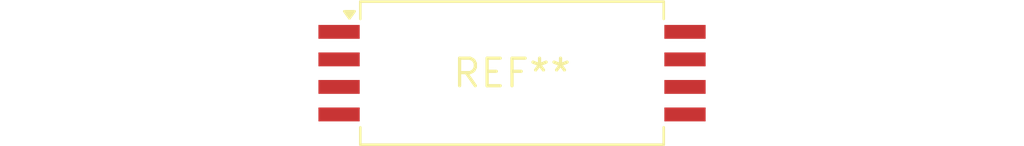
<source format=kicad_pcb>
(kicad_pcb (version 20240108) (generator pcbnew)
  (layers (0 "F.Cu" signal) (31 "B.Cu" signal) (34 "B.Paste" user) (35 "F.Paste" user) (36 "B.SilkS" user "B.Silkscreen") (37 "F.SilkS" user "F.Silkscreen") (38 "B.Mask" user) (39 "F.Mask" user) (44 "Edge.Cuts" user))
  (net 0 "")
  (footprint "SSO-8_13.6x6.3mm_P1.27mm_Clearance14.2mm" (layer "F.Cu") (at 0 0)
    (property "Reference" "REF**")
    (property "Value" "SSO-8_13.6x6.3mm_P1.27mm_Clearance14.2mm")
    (fp_line (start -7 -3.3) (end 7 -3.3) (layer "F.SilkS") (stroke (width 0.12)))
    (fp_line (start -7 -2.5) (end -7 -3.3) (layer "F.SilkS") (stroke (width 0.12)))
    (fp_line (start -7 2.5) (end -7 3.3) (layer "F.SilkS") (stroke (width 0.12)))
    (fp_line (start 7 -3.3) (end 7 -2.5) (layer "F.SilkS") (stroke (width 0.12)))
    (fp_line (start 7 2.5) (end 7 3.3) (layer "F.SilkS") (stroke (width 0.12)))
    (fp_line (start 7 3.3) (end -7 3.3) (layer "F.SilkS") (stroke (width 0.12)))
    (fp_poly (pts (xy -7.5 -2.525) (xy -7.74 -2.855) (xy -7.26 -2.855) (xy -7.5 -2.525)) (layer "F.SilkS") (stroke (width 0.12)) (fill solid))
    (pad "1" smd rect (at -7.98 -1.905) (size 1.905 0.64) (layers "F.Cu" "F.Paste" "F.Mask"))
    (pad "2" smd rect (at -7.98 -0.635) (size 1.905 0.64) (layers "F.Cu" "F.Paste" "F.Mask"))
    (pad "3" smd rect (at -7.98 0.635) (size 1.905 0.64) (layers "F.Cu" "F.Paste" "F.Mask"))
    (pad "4" smd rect (at -7.98 1.905) (size 1.905 0.64) (layers "F.Cu" "F.Paste" "F.Mask"))
    (pad "5" smd rect (at 7.98 1.905) (size 1.905 0.64) (layers "F.Cu" "F.Paste" "F.Mask"))
    (pad "6" smd rect (at 7.98 0.635) (size 1.905 0.64) (layers "F.Cu" "F.Paste" "F.Mask"))
    (pad "7" smd rect (at 7.98 -0.635) (size 1.905 0.64) (layers "F.Cu" "F.Paste" "F.Mask"))
    (pad "8" smd rect (at 7.98 -1.905) (size 1.905 0.64) (layers "F.Cu" "F.Paste" "F.Mask"))
  )
)
</source>
